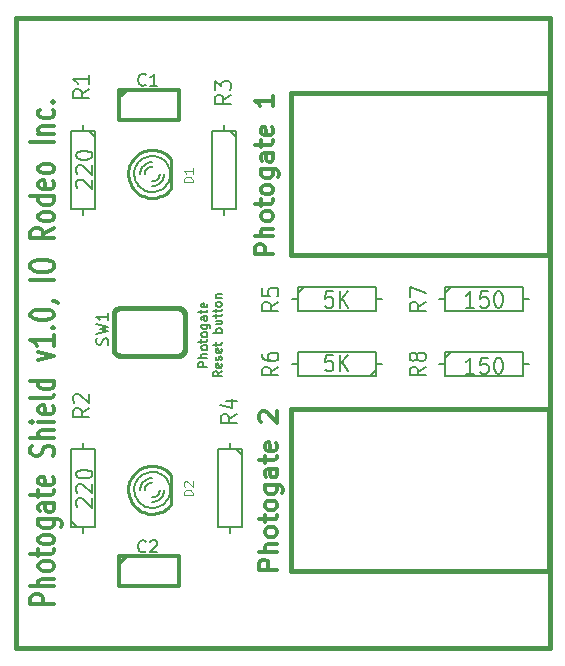
<source format=gto>
G04 (created by PCBNEW-RS274X (2012-apr-16-27)-stable) date Thu 10 Jul 2014 06:21:53 PM PDT*
G01*
G70*
G90*
%MOIN*%
G04 Gerber Fmt 3.4, Leading zero omitted, Abs format*
%FSLAX34Y34*%
G04 APERTURE LIST*
%ADD10C,0.006000*%
%ADD11C,0.012000*%
%ADD12C,0.008000*%
%ADD13C,0.015000*%
%ADD14C,0.010000*%
%ADD15C,0.007900*%
%ADD16C,0.003500*%
G04 APERTURE END LIST*
G54D10*
X31321Y-39256D02*
X31021Y-39256D01*
X31021Y-39141D01*
X31036Y-39113D01*
X31050Y-39098D01*
X31079Y-39084D01*
X31121Y-39084D01*
X31150Y-39098D01*
X31164Y-39113D01*
X31179Y-39141D01*
X31179Y-39256D01*
X31321Y-38956D02*
X31021Y-38956D01*
X31321Y-38827D02*
X31164Y-38827D01*
X31136Y-38841D01*
X31121Y-38870D01*
X31121Y-38913D01*
X31136Y-38941D01*
X31150Y-38956D01*
X31321Y-38642D02*
X31307Y-38670D01*
X31293Y-38685D01*
X31264Y-38699D01*
X31179Y-38699D01*
X31150Y-38685D01*
X31136Y-38670D01*
X31121Y-38642D01*
X31121Y-38599D01*
X31136Y-38570D01*
X31150Y-38556D01*
X31179Y-38542D01*
X31264Y-38542D01*
X31293Y-38556D01*
X31307Y-38570D01*
X31321Y-38599D01*
X31321Y-38642D01*
X31121Y-38456D02*
X31121Y-38342D01*
X31021Y-38414D02*
X31279Y-38414D01*
X31307Y-38399D01*
X31321Y-38371D01*
X31321Y-38342D01*
X31321Y-38200D02*
X31307Y-38228D01*
X31293Y-38243D01*
X31264Y-38257D01*
X31179Y-38257D01*
X31150Y-38243D01*
X31136Y-38228D01*
X31121Y-38200D01*
X31121Y-38157D01*
X31136Y-38128D01*
X31150Y-38114D01*
X31179Y-38100D01*
X31264Y-38100D01*
X31293Y-38114D01*
X31307Y-38128D01*
X31321Y-38157D01*
X31321Y-38200D01*
X31121Y-37843D02*
X31364Y-37843D01*
X31393Y-37857D01*
X31407Y-37872D01*
X31421Y-37900D01*
X31421Y-37943D01*
X31407Y-37972D01*
X31307Y-37843D02*
X31321Y-37872D01*
X31321Y-37929D01*
X31307Y-37957D01*
X31293Y-37972D01*
X31264Y-37986D01*
X31179Y-37986D01*
X31150Y-37972D01*
X31136Y-37957D01*
X31121Y-37929D01*
X31121Y-37872D01*
X31136Y-37843D01*
X31321Y-37572D02*
X31164Y-37572D01*
X31136Y-37586D01*
X31121Y-37615D01*
X31121Y-37672D01*
X31136Y-37701D01*
X31307Y-37572D02*
X31321Y-37601D01*
X31321Y-37672D01*
X31307Y-37701D01*
X31279Y-37715D01*
X31250Y-37715D01*
X31221Y-37701D01*
X31207Y-37672D01*
X31207Y-37601D01*
X31193Y-37572D01*
X31121Y-37472D02*
X31121Y-37358D01*
X31021Y-37430D02*
X31279Y-37430D01*
X31307Y-37415D01*
X31321Y-37387D01*
X31321Y-37358D01*
X31307Y-37144D02*
X31321Y-37173D01*
X31321Y-37230D01*
X31307Y-37259D01*
X31279Y-37273D01*
X31164Y-37273D01*
X31136Y-37259D01*
X31121Y-37230D01*
X31121Y-37173D01*
X31136Y-37144D01*
X31164Y-37130D01*
X31193Y-37130D01*
X31221Y-37273D01*
X31801Y-39398D02*
X31659Y-39498D01*
X31801Y-39570D02*
X31501Y-39570D01*
X31501Y-39455D01*
X31516Y-39427D01*
X31530Y-39412D01*
X31559Y-39398D01*
X31601Y-39398D01*
X31630Y-39412D01*
X31644Y-39427D01*
X31659Y-39455D01*
X31659Y-39570D01*
X31787Y-39155D02*
X31801Y-39184D01*
X31801Y-39241D01*
X31787Y-39270D01*
X31759Y-39284D01*
X31644Y-39284D01*
X31616Y-39270D01*
X31601Y-39241D01*
X31601Y-39184D01*
X31616Y-39155D01*
X31644Y-39141D01*
X31673Y-39141D01*
X31701Y-39284D01*
X31787Y-39027D02*
X31801Y-38998D01*
X31801Y-38941D01*
X31787Y-38913D01*
X31759Y-38898D01*
X31744Y-38898D01*
X31716Y-38913D01*
X31701Y-38941D01*
X31701Y-38984D01*
X31687Y-39013D01*
X31659Y-39027D01*
X31644Y-39027D01*
X31616Y-39013D01*
X31601Y-38984D01*
X31601Y-38941D01*
X31616Y-38913D01*
X31787Y-38655D02*
X31801Y-38684D01*
X31801Y-38741D01*
X31787Y-38770D01*
X31759Y-38784D01*
X31644Y-38784D01*
X31616Y-38770D01*
X31601Y-38741D01*
X31601Y-38684D01*
X31616Y-38655D01*
X31644Y-38641D01*
X31673Y-38641D01*
X31701Y-38784D01*
X31601Y-38555D02*
X31601Y-38441D01*
X31501Y-38513D02*
X31759Y-38513D01*
X31787Y-38498D01*
X31801Y-38470D01*
X31801Y-38441D01*
X31801Y-38113D02*
X31501Y-38113D01*
X31616Y-38113D02*
X31601Y-38084D01*
X31601Y-38027D01*
X31616Y-37998D01*
X31630Y-37984D01*
X31659Y-37970D01*
X31744Y-37970D01*
X31773Y-37984D01*
X31787Y-37998D01*
X31801Y-38027D01*
X31801Y-38084D01*
X31787Y-38113D01*
X31601Y-37713D02*
X31801Y-37713D01*
X31601Y-37842D02*
X31759Y-37842D01*
X31787Y-37827D01*
X31801Y-37799D01*
X31801Y-37756D01*
X31787Y-37727D01*
X31773Y-37713D01*
X31601Y-37613D02*
X31601Y-37499D01*
X31501Y-37571D02*
X31759Y-37571D01*
X31787Y-37556D01*
X31801Y-37528D01*
X31801Y-37499D01*
X31601Y-37442D02*
X31601Y-37328D01*
X31501Y-37400D02*
X31759Y-37400D01*
X31787Y-37385D01*
X31801Y-37357D01*
X31801Y-37328D01*
X31801Y-37186D02*
X31787Y-37214D01*
X31773Y-37229D01*
X31744Y-37243D01*
X31659Y-37243D01*
X31630Y-37229D01*
X31616Y-37214D01*
X31601Y-37186D01*
X31601Y-37143D01*
X31616Y-37114D01*
X31630Y-37100D01*
X31659Y-37086D01*
X31744Y-37086D01*
X31773Y-37100D01*
X31787Y-37114D01*
X31801Y-37143D01*
X31801Y-37186D01*
X31601Y-36958D02*
X31801Y-36958D01*
X31630Y-36958D02*
X31616Y-36943D01*
X31601Y-36915D01*
X31601Y-36872D01*
X31616Y-36843D01*
X31644Y-36829D01*
X31801Y-36829D01*
G54D11*
X26224Y-47171D02*
X25424Y-47171D01*
X25424Y-46943D01*
X25462Y-46885D01*
X25500Y-46857D01*
X25576Y-46828D01*
X25690Y-46828D01*
X25767Y-46857D01*
X25805Y-46885D01*
X25843Y-46943D01*
X25843Y-47171D01*
X26224Y-46571D02*
X25424Y-46571D01*
X26224Y-46314D02*
X25805Y-46314D01*
X25729Y-46343D01*
X25690Y-46400D01*
X25690Y-46485D01*
X25729Y-46543D01*
X25767Y-46571D01*
X26224Y-45942D02*
X26186Y-46000D01*
X26148Y-46028D01*
X26071Y-46057D01*
X25843Y-46057D01*
X25767Y-46028D01*
X25729Y-46000D01*
X25690Y-45942D01*
X25690Y-45857D01*
X25729Y-45800D01*
X25767Y-45771D01*
X25843Y-45742D01*
X26071Y-45742D01*
X26148Y-45771D01*
X26186Y-45800D01*
X26224Y-45857D01*
X26224Y-45942D01*
X25690Y-45571D02*
X25690Y-45342D01*
X25424Y-45485D02*
X26110Y-45485D01*
X26186Y-45457D01*
X26224Y-45399D01*
X26224Y-45342D01*
X26224Y-45056D02*
X26186Y-45114D01*
X26148Y-45142D01*
X26071Y-45171D01*
X25843Y-45171D01*
X25767Y-45142D01*
X25729Y-45114D01*
X25690Y-45056D01*
X25690Y-44971D01*
X25729Y-44914D01*
X25767Y-44885D01*
X25843Y-44856D01*
X26071Y-44856D01*
X26148Y-44885D01*
X26186Y-44914D01*
X26224Y-44971D01*
X26224Y-45056D01*
X25690Y-44342D02*
X26338Y-44342D01*
X26414Y-44371D01*
X26452Y-44399D01*
X26490Y-44456D01*
X26490Y-44542D01*
X26452Y-44599D01*
X26186Y-44342D02*
X26224Y-44399D01*
X26224Y-44513D01*
X26186Y-44571D01*
X26148Y-44599D01*
X26071Y-44628D01*
X25843Y-44628D01*
X25767Y-44599D01*
X25729Y-44571D01*
X25690Y-44513D01*
X25690Y-44399D01*
X25729Y-44342D01*
X26224Y-43799D02*
X25805Y-43799D01*
X25729Y-43828D01*
X25690Y-43885D01*
X25690Y-43999D01*
X25729Y-44056D01*
X26186Y-43799D02*
X26224Y-43856D01*
X26224Y-43999D01*
X26186Y-44056D01*
X26110Y-44085D01*
X26033Y-44085D01*
X25957Y-44056D01*
X25919Y-43999D01*
X25919Y-43856D01*
X25881Y-43799D01*
X25690Y-43599D02*
X25690Y-43370D01*
X25424Y-43513D02*
X26110Y-43513D01*
X26186Y-43485D01*
X26224Y-43427D01*
X26224Y-43370D01*
X26186Y-42942D02*
X26224Y-42999D01*
X26224Y-43113D01*
X26186Y-43170D01*
X26110Y-43199D01*
X25805Y-43199D01*
X25729Y-43170D01*
X25690Y-43113D01*
X25690Y-42999D01*
X25729Y-42942D01*
X25805Y-42913D01*
X25881Y-42913D01*
X25957Y-43199D01*
X26186Y-42228D02*
X26224Y-42142D01*
X26224Y-41999D01*
X26186Y-41942D01*
X26148Y-41913D01*
X26071Y-41885D01*
X25995Y-41885D01*
X25919Y-41913D01*
X25881Y-41942D01*
X25843Y-41999D01*
X25805Y-42113D01*
X25767Y-42171D01*
X25729Y-42199D01*
X25652Y-42228D01*
X25576Y-42228D01*
X25500Y-42199D01*
X25462Y-42171D01*
X25424Y-42113D01*
X25424Y-41971D01*
X25462Y-41885D01*
X26224Y-41628D02*
X25424Y-41628D01*
X26224Y-41371D02*
X25805Y-41371D01*
X25729Y-41400D01*
X25690Y-41457D01*
X25690Y-41542D01*
X25729Y-41600D01*
X25767Y-41628D01*
X26224Y-41085D02*
X25690Y-41085D01*
X25424Y-41085D02*
X25462Y-41114D01*
X25500Y-41085D01*
X25462Y-41057D01*
X25424Y-41085D01*
X25500Y-41085D01*
X26186Y-40571D02*
X26224Y-40628D01*
X26224Y-40742D01*
X26186Y-40799D01*
X26110Y-40828D01*
X25805Y-40828D01*
X25729Y-40799D01*
X25690Y-40742D01*
X25690Y-40628D01*
X25729Y-40571D01*
X25805Y-40542D01*
X25881Y-40542D01*
X25957Y-40828D01*
X26224Y-40199D02*
X26186Y-40257D01*
X26110Y-40285D01*
X25424Y-40285D01*
X26224Y-39714D02*
X25424Y-39714D01*
X26186Y-39714D02*
X26224Y-39771D01*
X26224Y-39885D01*
X26186Y-39943D01*
X26148Y-39971D01*
X26071Y-40000D01*
X25843Y-40000D01*
X25767Y-39971D01*
X25729Y-39943D01*
X25690Y-39885D01*
X25690Y-39771D01*
X25729Y-39714D01*
X25690Y-39028D02*
X26224Y-38885D01*
X25690Y-38743D01*
X26224Y-38200D02*
X26224Y-38543D01*
X26224Y-38371D02*
X25424Y-38371D01*
X25538Y-38428D01*
X25614Y-38486D01*
X25652Y-38543D01*
X26148Y-37943D02*
X26186Y-37915D01*
X26224Y-37943D01*
X26186Y-37972D01*
X26148Y-37943D01*
X26224Y-37943D01*
X25424Y-37543D02*
X25424Y-37486D01*
X25462Y-37429D01*
X25500Y-37400D01*
X25576Y-37371D01*
X25729Y-37343D01*
X25919Y-37343D01*
X26071Y-37371D01*
X26148Y-37400D01*
X26186Y-37429D01*
X26224Y-37486D01*
X26224Y-37543D01*
X26186Y-37600D01*
X26148Y-37629D01*
X26071Y-37657D01*
X25919Y-37686D01*
X25729Y-37686D01*
X25576Y-37657D01*
X25500Y-37629D01*
X25462Y-37600D01*
X25424Y-37543D01*
X26186Y-37058D02*
X26224Y-37058D01*
X26300Y-37086D01*
X26338Y-37115D01*
X26224Y-36343D02*
X25424Y-36343D01*
X25424Y-35943D02*
X25424Y-35829D01*
X25462Y-35771D01*
X25538Y-35714D01*
X25690Y-35686D01*
X25957Y-35686D01*
X26110Y-35714D01*
X26186Y-35771D01*
X26224Y-35829D01*
X26224Y-35943D01*
X26186Y-36000D01*
X26110Y-36057D01*
X25957Y-36086D01*
X25690Y-36086D01*
X25538Y-36057D01*
X25462Y-36000D01*
X25424Y-35943D01*
X26224Y-34628D02*
X25843Y-34828D01*
X26224Y-34971D02*
X25424Y-34971D01*
X25424Y-34743D01*
X25462Y-34685D01*
X25500Y-34657D01*
X25576Y-34628D01*
X25690Y-34628D01*
X25767Y-34657D01*
X25805Y-34685D01*
X25843Y-34743D01*
X25843Y-34971D01*
X26224Y-34285D02*
X26186Y-34343D01*
X26148Y-34371D01*
X26071Y-34400D01*
X25843Y-34400D01*
X25767Y-34371D01*
X25729Y-34343D01*
X25690Y-34285D01*
X25690Y-34200D01*
X25729Y-34143D01*
X25767Y-34114D01*
X25843Y-34085D01*
X26071Y-34085D01*
X26148Y-34114D01*
X26186Y-34143D01*
X26224Y-34200D01*
X26224Y-34285D01*
X26224Y-33571D02*
X25424Y-33571D01*
X26186Y-33571D02*
X26224Y-33628D01*
X26224Y-33742D01*
X26186Y-33800D01*
X26148Y-33828D01*
X26071Y-33857D01*
X25843Y-33857D01*
X25767Y-33828D01*
X25729Y-33800D01*
X25690Y-33742D01*
X25690Y-33628D01*
X25729Y-33571D01*
X26186Y-33057D02*
X26224Y-33114D01*
X26224Y-33228D01*
X26186Y-33285D01*
X26110Y-33314D01*
X25805Y-33314D01*
X25729Y-33285D01*
X25690Y-33228D01*
X25690Y-33114D01*
X25729Y-33057D01*
X25805Y-33028D01*
X25881Y-33028D01*
X25957Y-33314D01*
X26224Y-32685D02*
X26186Y-32743D01*
X26148Y-32771D01*
X26071Y-32800D01*
X25843Y-32800D01*
X25767Y-32771D01*
X25729Y-32743D01*
X25690Y-32685D01*
X25690Y-32600D01*
X25729Y-32543D01*
X25767Y-32514D01*
X25843Y-32485D01*
X26071Y-32485D01*
X26148Y-32514D01*
X26186Y-32543D01*
X26224Y-32600D01*
X26224Y-32685D01*
X26224Y-31771D02*
X25424Y-31771D01*
X25690Y-31485D02*
X26224Y-31485D01*
X25767Y-31485D02*
X25729Y-31457D01*
X25690Y-31399D01*
X25690Y-31314D01*
X25729Y-31257D01*
X25805Y-31228D01*
X26224Y-31228D01*
X26186Y-30685D02*
X26224Y-30742D01*
X26224Y-30856D01*
X26186Y-30914D01*
X26148Y-30942D01*
X26071Y-30971D01*
X25843Y-30971D01*
X25767Y-30942D01*
X25729Y-30914D01*
X25690Y-30856D01*
X25690Y-30742D01*
X25729Y-30685D01*
X26148Y-30428D02*
X26186Y-30400D01*
X26224Y-30428D01*
X26186Y-30457D01*
X26148Y-30428D01*
X26224Y-30428D01*
G54D12*
X27165Y-31177D02*
X27165Y-31377D01*
X27165Y-34177D02*
X27165Y-33977D01*
X27165Y-33977D02*
X27565Y-33977D01*
X27565Y-33977D02*
X27565Y-31377D01*
X27565Y-31377D02*
X26765Y-31377D01*
X26765Y-31377D02*
X26765Y-33977D01*
X26765Y-33977D02*
X27165Y-33977D01*
X27365Y-31377D02*
X27565Y-31577D01*
X27165Y-44807D02*
X27165Y-44607D01*
X27165Y-41807D02*
X27165Y-42007D01*
X27165Y-42007D02*
X26765Y-42007D01*
X26765Y-42007D02*
X26765Y-44607D01*
X26765Y-44607D02*
X27565Y-44607D01*
X27565Y-44607D02*
X27565Y-42007D01*
X27565Y-42007D02*
X27165Y-42007D01*
X26965Y-44607D02*
X26765Y-44407D01*
X31890Y-31177D02*
X31890Y-31377D01*
X31890Y-34177D02*
X31890Y-33977D01*
X31890Y-33977D02*
X32290Y-33977D01*
X32290Y-33977D02*
X32290Y-31377D01*
X32290Y-31377D02*
X31490Y-31377D01*
X31490Y-31377D02*
X31490Y-33977D01*
X31490Y-33977D02*
X31890Y-33977D01*
X32090Y-31377D02*
X32290Y-31577D01*
X32087Y-41807D02*
X32087Y-42007D01*
X32087Y-44807D02*
X32087Y-44607D01*
X32087Y-44607D02*
X32487Y-44607D01*
X32487Y-44607D02*
X32487Y-42007D01*
X32487Y-42007D02*
X31687Y-42007D01*
X31687Y-42007D02*
X31687Y-44607D01*
X31687Y-44607D02*
X32087Y-44607D01*
X32287Y-42007D02*
X32487Y-42207D01*
X34131Y-37008D02*
X34331Y-37008D01*
X37131Y-37008D02*
X36931Y-37008D01*
X36931Y-37008D02*
X36931Y-36608D01*
X36931Y-36608D02*
X34331Y-36608D01*
X34331Y-36608D02*
X34331Y-37408D01*
X34331Y-37408D02*
X36931Y-37408D01*
X36931Y-37408D02*
X36931Y-37008D01*
X34331Y-36808D02*
X34531Y-36608D01*
X37131Y-39173D02*
X36931Y-39173D01*
X34131Y-39173D02*
X34331Y-39173D01*
X34331Y-39173D02*
X34331Y-39573D01*
X34331Y-39573D02*
X36931Y-39573D01*
X36931Y-39573D02*
X36931Y-38773D01*
X36931Y-38773D02*
X34331Y-38773D01*
X34331Y-38773D02*
X34331Y-39173D01*
X36931Y-39373D02*
X36731Y-39573D01*
X39052Y-37008D02*
X39252Y-37008D01*
X42052Y-37008D02*
X41852Y-37008D01*
X41852Y-37008D02*
X41852Y-36608D01*
X41852Y-36608D02*
X39252Y-36608D01*
X39252Y-36608D02*
X39252Y-37408D01*
X39252Y-37408D02*
X41852Y-37408D01*
X41852Y-37408D02*
X41852Y-37008D01*
X39252Y-36808D02*
X39452Y-36608D01*
X39052Y-39173D02*
X39252Y-39173D01*
X42052Y-39173D02*
X41852Y-39173D01*
X41852Y-39173D02*
X41852Y-38773D01*
X41852Y-38773D02*
X39252Y-38773D01*
X39252Y-38773D02*
X39252Y-39573D01*
X39252Y-39573D02*
X41852Y-39573D01*
X41852Y-39573D02*
X41852Y-39173D01*
X39252Y-38973D02*
X39452Y-38773D01*
G54D13*
X30562Y-37500D02*
X30561Y-37483D01*
X30559Y-37466D01*
X30555Y-37450D01*
X30550Y-37433D01*
X30543Y-37418D01*
X30535Y-37403D01*
X30526Y-37388D01*
X30516Y-37375D01*
X30504Y-37362D01*
X30491Y-37350D01*
X30478Y-37340D01*
X30464Y-37331D01*
X30448Y-37323D01*
X30433Y-37316D01*
X30416Y-37311D01*
X30400Y-37307D01*
X30383Y-37305D01*
X30366Y-37304D01*
X28398Y-37303D02*
X28381Y-37304D01*
X28364Y-37306D01*
X28348Y-37310D01*
X28331Y-37315D01*
X28315Y-37322D01*
X28300Y-37330D01*
X28286Y-37339D01*
X28272Y-37350D01*
X28259Y-37361D01*
X28248Y-37374D01*
X28237Y-37388D01*
X28228Y-37402D01*
X28220Y-37417D01*
X28213Y-37433D01*
X28208Y-37450D01*
X28204Y-37466D01*
X28202Y-37483D01*
X28201Y-37500D01*
X28202Y-38682D02*
X28203Y-38699D01*
X28205Y-38716D01*
X28209Y-38732D01*
X28214Y-38749D01*
X28221Y-38764D01*
X28229Y-38779D01*
X28238Y-38794D01*
X28248Y-38807D01*
X28260Y-38820D01*
X28273Y-38832D01*
X28286Y-38842D01*
X28301Y-38851D01*
X28316Y-38859D01*
X28331Y-38866D01*
X28348Y-38871D01*
X28364Y-38875D01*
X28381Y-38877D01*
X28398Y-38878D01*
X30366Y-38879D02*
X30383Y-38878D01*
X30400Y-38876D01*
X30416Y-38872D01*
X30433Y-38867D01*
X30449Y-38860D01*
X30464Y-38852D01*
X30478Y-38843D01*
X30492Y-38832D01*
X30505Y-38821D01*
X30516Y-38808D01*
X30527Y-38794D01*
X30536Y-38780D01*
X30544Y-38765D01*
X30551Y-38749D01*
X30556Y-38732D01*
X30560Y-38716D01*
X30562Y-38699D01*
X30563Y-38682D01*
X30563Y-38682D02*
X30563Y-37500D01*
X28201Y-38682D02*
X28201Y-37500D01*
X29382Y-37304D02*
X30366Y-37304D01*
X29382Y-37304D02*
X28398Y-37304D01*
X29382Y-38878D02*
X30366Y-38878D01*
X29382Y-38878D02*
X28398Y-38878D01*
G54D14*
X30102Y-33325D02*
X30102Y-32325D01*
G54D10*
X29022Y-32441D02*
X28990Y-32483D01*
X28962Y-32527D01*
X28938Y-32574D01*
X28918Y-32622D01*
X28902Y-32672D01*
X28891Y-32723D01*
X28885Y-32775D01*
X28882Y-32825D01*
X28883Y-32825D02*
X28886Y-32877D01*
X28893Y-32929D01*
X28904Y-32980D01*
X28920Y-33029D01*
X28940Y-33078D01*
X28964Y-33124D01*
X28992Y-33168D01*
X29024Y-33210D01*
X29035Y-33222D01*
X30081Y-32825D02*
X30078Y-32773D01*
X30071Y-32721D01*
X30060Y-32670D01*
X30044Y-32621D01*
X30024Y-32572D01*
X30000Y-32526D01*
X29972Y-32482D01*
X29940Y-32440D01*
X29936Y-32436D01*
X29942Y-33209D02*
X29974Y-33167D01*
X30002Y-33123D01*
X30026Y-33076D01*
X30046Y-33028D01*
X30062Y-32978D01*
X30073Y-32927D01*
X30079Y-32875D01*
X30082Y-32825D01*
X29969Y-32476D02*
X29937Y-32435D01*
X29901Y-32397D01*
X29862Y-32362D01*
X29820Y-32330D01*
X29776Y-32303D01*
X29729Y-32279D01*
X29681Y-32260D01*
X29631Y-32244D01*
X29579Y-32234D01*
X29528Y-32227D01*
X29482Y-32225D01*
X29482Y-32225D02*
X29430Y-32228D01*
X29378Y-32235D01*
X29327Y-32246D01*
X29277Y-32262D01*
X29229Y-32282D01*
X29183Y-32306D01*
X29138Y-32334D01*
X29097Y-32366D01*
X29058Y-32401D01*
X29023Y-32440D01*
X29003Y-32465D01*
X29482Y-33424D02*
X29534Y-33421D01*
X29586Y-33414D01*
X29637Y-33403D01*
X29686Y-33387D01*
X29735Y-33367D01*
X29781Y-33343D01*
X29825Y-33315D01*
X29867Y-33283D01*
X29905Y-33248D01*
X29940Y-33210D01*
X29954Y-33192D01*
X29009Y-33193D02*
X29043Y-33233D01*
X29080Y-33270D01*
X29121Y-33303D01*
X29164Y-33333D01*
X29209Y-33359D01*
X29257Y-33380D01*
X29306Y-33398D01*
X29357Y-33411D01*
X29408Y-33420D01*
X29461Y-33424D01*
X29482Y-33425D01*
X29482Y-32575D02*
X29461Y-32576D01*
X29439Y-32579D01*
X29418Y-32584D01*
X29397Y-32591D01*
X29377Y-32599D01*
X29358Y-32609D01*
X29339Y-32621D01*
X29322Y-32634D01*
X29306Y-32649D01*
X29291Y-32665D01*
X29278Y-32682D01*
X29266Y-32701D01*
X29256Y-32720D01*
X29248Y-32740D01*
X29241Y-32761D01*
X29236Y-32782D01*
X29233Y-32804D01*
X29232Y-32825D01*
X29482Y-32425D02*
X29448Y-32427D01*
X29413Y-32432D01*
X29379Y-32439D01*
X29346Y-32450D01*
X29313Y-32463D01*
X29283Y-32479D01*
X29253Y-32498D01*
X29225Y-32519D01*
X29200Y-32543D01*
X29176Y-32568D01*
X29155Y-32596D01*
X29136Y-32626D01*
X29120Y-32656D01*
X29107Y-32689D01*
X29096Y-32722D01*
X29089Y-32756D01*
X29084Y-32791D01*
X29082Y-32825D01*
X29482Y-33075D02*
X29503Y-33074D01*
X29525Y-33071D01*
X29546Y-33066D01*
X29567Y-33059D01*
X29587Y-33051D01*
X29607Y-33041D01*
X29625Y-33029D01*
X29642Y-33016D01*
X29658Y-33001D01*
X29673Y-32985D01*
X29686Y-32968D01*
X29698Y-32949D01*
X29708Y-32930D01*
X29716Y-32910D01*
X29723Y-32889D01*
X29728Y-32868D01*
X29731Y-32846D01*
X29732Y-32825D01*
X29482Y-33225D02*
X29516Y-33223D01*
X29551Y-33218D01*
X29585Y-33211D01*
X29618Y-33200D01*
X29651Y-33187D01*
X29682Y-33171D01*
X29711Y-33152D01*
X29739Y-33131D01*
X29764Y-33107D01*
X29788Y-33082D01*
X29809Y-33054D01*
X29828Y-33024D01*
X29844Y-32994D01*
X29857Y-32961D01*
X29868Y-32928D01*
X29875Y-32894D01*
X29880Y-32859D01*
X29882Y-32825D01*
G54D14*
X30095Y-32312D02*
X30048Y-32261D01*
X29997Y-32214D01*
X29942Y-32171D01*
X29883Y-32133D01*
X29821Y-32101D01*
X29756Y-32074D01*
X29690Y-32053D01*
X29622Y-32038D01*
X29553Y-32029D01*
X29483Y-32026D01*
X29482Y-32025D01*
X29482Y-32026D02*
X29413Y-32030D01*
X29344Y-32039D01*
X29276Y-32054D01*
X29209Y-32075D01*
X29145Y-32101D01*
X29083Y-32134D01*
X29024Y-32171D01*
X28969Y-32213D01*
X28918Y-32261D01*
X28870Y-32312D01*
X28828Y-32367D01*
X28791Y-32426D01*
X28778Y-32449D01*
X29483Y-33622D02*
X29552Y-33619D01*
X29621Y-33610D01*
X29689Y-33595D01*
X29756Y-33574D01*
X29820Y-33547D01*
X29882Y-33515D01*
X29940Y-33477D01*
X29996Y-33435D01*
X30047Y-33388D01*
X30091Y-33340D01*
X28788Y-33222D02*
X28826Y-33281D01*
X28868Y-33337D01*
X28915Y-33388D01*
X28966Y-33436D01*
X29021Y-33478D01*
X29080Y-33516D01*
X29142Y-33548D01*
X29206Y-33575D01*
X29273Y-33597D01*
X29341Y-33612D01*
X29410Y-33621D01*
X29480Y-33624D01*
X29482Y-33625D01*
X28778Y-32446D02*
X28748Y-32509D01*
X28723Y-32574D01*
X28704Y-32641D01*
X28691Y-32710D01*
X28684Y-32779D01*
X28682Y-32825D01*
X28683Y-32825D02*
X28687Y-32894D01*
X28696Y-32963D01*
X28711Y-33031D01*
X28732Y-33098D01*
X28758Y-33162D01*
X28791Y-33224D01*
X28802Y-33243D01*
X30102Y-43856D02*
X30102Y-42856D01*
G54D10*
X29022Y-42972D02*
X28990Y-43014D01*
X28962Y-43058D01*
X28938Y-43105D01*
X28918Y-43153D01*
X28902Y-43203D01*
X28891Y-43254D01*
X28885Y-43306D01*
X28882Y-43356D01*
X28883Y-43356D02*
X28886Y-43408D01*
X28893Y-43460D01*
X28904Y-43511D01*
X28920Y-43560D01*
X28940Y-43609D01*
X28964Y-43655D01*
X28992Y-43699D01*
X29024Y-43741D01*
X29035Y-43753D01*
X30081Y-43356D02*
X30078Y-43304D01*
X30071Y-43252D01*
X30060Y-43201D01*
X30044Y-43152D01*
X30024Y-43103D01*
X30000Y-43057D01*
X29972Y-43013D01*
X29940Y-42971D01*
X29936Y-42967D01*
X29942Y-43740D02*
X29974Y-43698D01*
X30002Y-43654D01*
X30026Y-43607D01*
X30046Y-43559D01*
X30062Y-43509D01*
X30073Y-43458D01*
X30079Y-43406D01*
X30082Y-43356D01*
X29969Y-43007D02*
X29937Y-42966D01*
X29901Y-42928D01*
X29862Y-42893D01*
X29820Y-42861D01*
X29776Y-42834D01*
X29729Y-42810D01*
X29681Y-42791D01*
X29631Y-42775D01*
X29579Y-42765D01*
X29528Y-42758D01*
X29482Y-42756D01*
X29482Y-42756D02*
X29430Y-42759D01*
X29378Y-42766D01*
X29327Y-42777D01*
X29277Y-42793D01*
X29229Y-42813D01*
X29183Y-42837D01*
X29138Y-42865D01*
X29097Y-42897D01*
X29058Y-42932D01*
X29023Y-42971D01*
X29003Y-42996D01*
X29482Y-43955D02*
X29534Y-43952D01*
X29586Y-43945D01*
X29637Y-43934D01*
X29686Y-43918D01*
X29735Y-43898D01*
X29781Y-43874D01*
X29825Y-43846D01*
X29867Y-43814D01*
X29905Y-43779D01*
X29940Y-43741D01*
X29954Y-43723D01*
X29009Y-43724D02*
X29043Y-43764D01*
X29080Y-43801D01*
X29121Y-43834D01*
X29164Y-43864D01*
X29209Y-43890D01*
X29257Y-43911D01*
X29306Y-43929D01*
X29357Y-43942D01*
X29408Y-43951D01*
X29461Y-43955D01*
X29482Y-43956D01*
X29482Y-43106D02*
X29461Y-43107D01*
X29439Y-43110D01*
X29418Y-43115D01*
X29397Y-43122D01*
X29377Y-43130D01*
X29358Y-43140D01*
X29339Y-43152D01*
X29322Y-43165D01*
X29306Y-43180D01*
X29291Y-43196D01*
X29278Y-43213D01*
X29266Y-43232D01*
X29256Y-43251D01*
X29248Y-43271D01*
X29241Y-43292D01*
X29236Y-43313D01*
X29233Y-43335D01*
X29232Y-43356D01*
X29482Y-42956D02*
X29448Y-42958D01*
X29413Y-42963D01*
X29379Y-42970D01*
X29346Y-42981D01*
X29313Y-42994D01*
X29283Y-43010D01*
X29253Y-43029D01*
X29225Y-43050D01*
X29200Y-43074D01*
X29176Y-43099D01*
X29155Y-43127D01*
X29136Y-43157D01*
X29120Y-43187D01*
X29107Y-43220D01*
X29096Y-43253D01*
X29089Y-43287D01*
X29084Y-43322D01*
X29082Y-43356D01*
X29482Y-43606D02*
X29503Y-43605D01*
X29525Y-43602D01*
X29546Y-43597D01*
X29567Y-43590D01*
X29587Y-43582D01*
X29607Y-43572D01*
X29625Y-43560D01*
X29642Y-43547D01*
X29658Y-43532D01*
X29673Y-43516D01*
X29686Y-43499D01*
X29698Y-43480D01*
X29708Y-43461D01*
X29716Y-43441D01*
X29723Y-43420D01*
X29728Y-43399D01*
X29731Y-43377D01*
X29732Y-43356D01*
X29482Y-43756D02*
X29516Y-43754D01*
X29551Y-43749D01*
X29585Y-43742D01*
X29618Y-43731D01*
X29651Y-43718D01*
X29682Y-43702D01*
X29711Y-43683D01*
X29739Y-43662D01*
X29764Y-43638D01*
X29788Y-43613D01*
X29809Y-43585D01*
X29828Y-43555D01*
X29844Y-43525D01*
X29857Y-43492D01*
X29868Y-43459D01*
X29875Y-43425D01*
X29880Y-43390D01*
X29882Y-43356D01*
G54D14*
X30095Y-42843D02*
X30048Y-42792D01*
X29997Y-42745D01*
X29942Y-42702D01*
X29883Y-42664D01*
X29821Y-42632D01*
X29756Y-42605D01*
X29690Y-42584D01*
X29622Y-42569D01*
X29553Y-42560D01*
X29483Y-42557D01*
X29482Y-42556D01*
X29482Y-42557D02*
X29413Y-42561D01*
X29344Y-42570D01*
X29276Y-42585D01*
X29209Y-42606D01*
X29145Y-42632D01*
X29083Y-42665D01*
X29024Y-42702D01*
X28969Y-42744D01*
X28918Y-42792D01*
X28870Y-42843D01*
X28828Y-42898D01*
X28791Y-42957D01*
X28778Y-42980D01*
X29483Y-44153D02*
X29552Y-44150D01*
X29621Y-44141D01*
X29689Y-44126D01*
X29756Y-44105D01*
X29820Y-44078D01*
X29882Y-44046D01*
X29940Y-44008D01*
X29996Y-43966D01*
X30047Y-43919D01*
X30091Y-43871D01*
X28788Y-43753D02*
X28826Y-43812D01*
X28868Y-43868D01*
X28915Y-43919D01*
X28966Y-43967D01*
X29021Y-44009D01*
X29080Y-44047D01*
X29142Y-44079D01*
X29206Y-44106D01*
X29273Y-44128D01*
X29341Y-44143D01*
X29410Y-44152D01*
X29480Y-44155D01*
X29482Y-44156D01*
X28778Y-42977D02*
X28748Y-43040D01*
X28723Y-43105D01*
X28704Y-43172D01*
X28691Y-43241D01*
X28684Y-43310D01*
X28682Y-43356D01*
X28683Y-43356D02*
X28687Y-43425D01*
X28696Y-43494D01*
X28711Y-43562D01*
X28732Y-43629D01*
X28758Y-43693D01*
X28791Y-43755D01*
X28802Y-43774D01*
G54D13*
X42722Y-32825D02*
X42722Y-30125D01*
X42722Y-30125D02*
X34122Y-30125D01*
X34122Y-30125D02*
X34122Y-35525D01*
X34122Y-35525D02*
X42722Y-35525D01*
X42722Y-35525D02*
X42722Y-32825D01*
X42722Y-43356D02*
X42722Y-40656D01*
X42722Y-40656D02*
X34122Y-40656D01*
X34122Y-40656D02*
X34122Y-46056D01*
X34122Y-46056D02*
X42722Y-46056D01*
X42722Y-46056D02*
X42722Y-43356D01*
G54D11*
X28402Y-30012D02*
X30382Y-30012D01*
X30382Y-30012D02*
X30382Y-31012D01*
X30382Y-31012D02*
X28382Y-31012D01*
X28382Y-31012D02*
X28382Y-30012D01*
X28382Y-30262D02*
X28632Y-30012D01*
X28402Y-45563D02*
X30382Y-45563D01*
X30382Y-45563D02*
X30382Y-46563D01*
X30382Y-46563D02*
X28382Y-46563D01*
X28382Y-46563D02*
X28382Y-45563D01*
X28382Y-45813D02*
X28632Y-45563D01*
G54D13*
X24932Y-27622D02*
X42732Y-27622D01*
X42732Y-48622D02*
X42732Y-27622D01*
X24932Y-48622D02*
X42732Y-48622D01*
X24932Y-27622D02*
X24932Y-48622D01*
G54D12*
X27388Y-30004D02*
X27126Y-30171D01*
X27388Y-30290D02*
X26838Y-30290D01*
X26838Y-30099D01*
X26864Y-30052D01*
X26890Y-30028D01*
X26942Y-30004D01*
X27021Y-30004D01*
X27073Y-30028D01*
X27100Y-30052D01*
X27126Y-30099D01*
X27126Y-30290D01*
X27388Y-29528D02*
X27388Y-29814D01*
X27388Y-29671D02*
X26838Y-29671D01*
X26916Y-29719D01*
X26969Y-29766D01*
X26995Y-29814D01*
X26989Y-33296D02*
X26963Y-33272D01*
X26937Y-33224D01*
X26937Y-33105D01*
X26963Y-33058D01*
X26989Y-33034D01*
X27041Y-33010D01*
X27094Y-33010D01*
X27172Y-33034D01*
X27487Y-33320D01*
X27487Y-33010D01*
X26989Y-32820D02*
X26963Y-32796D01*
X26937Y-32748D01*
X26937Y-32629D01*
X26963Y-32582D01*
X26989Y-32558D01*
X27041Y-32534D01*
X27094Y-32534D01*
X27172Y-32558D01*
X27487Y-32844D01*
X27487Y-32534D01*
X26937Y-32225D02*
X26937Y-32177D01*
X26963Y-32129D01*
X26989Y-32106D01*
X27041Y-32082D01*
X27146Y-32058D01*
X27277Y-32058D01*
X27382Y-32082D01*
X27434Y-32106D01*
X27460Y-32129D01*
X27487Y-32177D01*
X27487Y-32225D01*
X27460Y-32272D01*
X27434Y-32296D01*
X27382Y-32320D01*
X27277Y-32344D01*
X27146Y-32344D01*
X27041Y-32320D01*
X26989Y-32296D01*
X26963Y-32272D01*
X26937Y-32225D01*
X27388Y-40634D02*
X27126Y-40801D01*
X27388Y-40920D02*
X26838Y-40920D01*
X26838Y-40729D01*
X26864Y-40682D01*
X26890Y-40658D01*
X26942Y-40634D01*
X27021Y-40634D01*
X27073Y-40658D01*
X27100Y-40682D01*
X27126Y-40729D01*
X27126Y-40920D01*
X26890Y-40444D02*
X26864Y-40420D01*
X26838Y-40372D01*
X26838Y-40253D01*
X26864Y-40206D01*
X26890Y-40182D01*
X26942Y-40158D01*
X26995Y-40158D01*
X27073Y-40182D01*
X27388Y-40468D01*
X27388Y-40158D01*
X26989Y-43926D02*
X26963Y-43902D01*
X26937Y-43854D01*
X26937Y-43735D01*
X26963Y-43688D01*
X26989Y-43664D01*
X27041Y-43640D01*
X27094Y-43640D01*
X27172Y-43664D01*
X27487Y-43950D01*
X27487Y-43640D01*
X26989Y-43450D02*
X26963Y-43426D01*
X26937Y-43378D01*
X26937Y-43259D01*
X26963Y-43212D01*
X26989Y-43188D01*
X27041Y-43164D01*
X27094Y-43164D01*
X27172Y-43188D01*
X27487Y-43474D01*
X27487Y-43164D01*
X26937Y-42855D02*
X26937Y-42807D01*
X26963Y-42759D01*
X26989Y-42736D01*
X27041Y-42712D01*
X27146Y-42688D01*
X27277Y-42688D01*
X27382Y-42712D01*
X27434Y-42736D01*
X27460Y-42759D01*
X27487Y-42807D01*
X27487Y-42855D01*
X27460Y-42902D01*
X27434Y-42926D01*
X27382Y-42950D01*
X27277Y-42974D01*
X27146Y-42974D01*
X27041Y-42950D01*
X26989Y-42926D01*
X26963Y-42902D01*
X26937Y-42855D01*
X32113Y-30201D02*
X31851Y-30368D01*
X32113Y-30487D02*
X31563Y-30487D01*
X31563Y-30296D01*
X31589Y-30249D01*
X31615Y-30225D01*
X31667Y-30201D01*
X31746Y-30201D01*
X31798Y-30225D01*
X31825Y-30249D01*
X31851Y-30296D01*
X31851Y-30487D01*
X31563Y-30035D02*
X31563Y-29725D01*
X31772Y-29892D01*
X31772Y-29820D01*
X31798Y-29773D01*
X31825Y-29749D01*
X31877Y-29725D01*
X32008Y-29725D01*
X32060Y-29749D01*
X32086Y-29773D01*
X32113Y-29820D01*
X32113Y-29963D01*
X32086Y-30011D01*
X32060Y-30035D01*
X32310Y-40831D02*
X32048Y-40998D01*
X32310Y-41117D02*
X31760Y-41117D01*
X31760Y-40926D01*
X31786Y-40879D01*
X31812Y-40855D01*
X31864Y-40831D01*
X31943Y-40831D01*
X31995Y-40855D01*
X32022Y-40879D01*
X32048Y-40926D01*
X32048Y-41117D01*
X31943Y-40403D02*
X32310Y-40403D01*
X31733Y-40522D02*
X32126Y-40641D01*
X32126Y-40331D01*
X33689Y-37091D02*
X33427Y-37258D01*
X33689Y-37377D02*
X33139Y-37377D01*
X33139Y-37186D01*
X33165Y-37139D01*
X33191Y-37115D01*
X33243Y-37091D01*
X33322Y-37091D01*
X33374Y-37115D01*
X33401Y-37139D01*
X33427Y-37186D01*
X33427Y-37377D01*
X33139Y-36639D02*
X33139Y-36877D01*
X33401Y-36901D01*
X33374Y-36877D01*
X33348Y-36829D01*
X33348Y-36710D01*
X33374Y-36663D01*
X33401Y-36639D01*
X33453Y-36615D01*
X33584Y-36615D01*
X33636Y-36639D01*
X33662Y-36663D01*
X33689Y-36710D01*
X33689Y-36829D01*
X33662Y-36877D01*
X33636Y-36901D01*
X35500Y-36731D02*
X35262Y-36731D01*
X35238Y-36993D01*
X35262Y-36966D01*
X35310Y-36940D01*
X35429Y-36940D01*
X35476Y-36966D01*
X35500Y-36993D01*
X35524Y-37045D01*
X35524Y-37176D01*
X35500Y-37228D01*
X35476Y-37254D01*
X35429Y-37281D01*
X35310Y-37281D01*
X35262Y-37254D01*
X35238Y-37228D01*
X35738Y-37281D02*
X35738Y-36731D01*
X36024Y-37281D02*
X35809Y-36966D01*
X36024Y-36731D02*
X35738Y-37045D01*
X33689Y-39256D02*
X33427Y-39423D01*
X33689Y-39542D02*
X33139Y-39542D01*
X33139Y-39351D01*
X33165Y-39304D01*
X33191Y-39280D01*
X33243Y-39256D01*
X33322Y-39256D01*
X33374Y-39280D01*
X33401Y-39304D01*
X33427Y-39351D01*
X33427Y-39542D01*
X33139Y-38828D02*
X33139Y-38923D01*
X33165Y-38971D01*
X33191Y-38994D01*
X33270Y-39042D01*
X33374Y-39066D01*
X33584Y-39066D01*
X33636Y-39042D01*
X33662Y-39018D01*
X33689Y-38971D01*
X33689Y-38875D01*
X33662Y-38828D01*
X33636Y-38804D01*
X33584Y-38780D01*
X33453Y-38780D01*
X33401Y-38804D01*
X33374Y-38828D01*
X33348Y-38875D01*
X33348Y-38971D01*
X33374Y-39018D01*
X33401Y-39042D01*
X33453Y-39066D01*
X35500Y-38846D02*
X35262Y-38846D01*
X35238Y-39108D01*
X35262Y-39081D01*
X35310Y-39055D01*
X35429Y-39055D01*
X35476Y-39081D01*
X35500Y-39108D01*
X35524Y-39160D01*
X35524Y-39291D01*
X35500Y-39343D01*
X35476Y-39369D01*
X35429Y-39396D01*
X35310Y-39396D01*
X35262Y-39369D01*
X35238Y-39343D01*
X35738Y-39396D02*
X35738Y-38846D01*
X36024Y-39396D02*
X35809Y-39081D01*
X36024Y-38846D02*
X35738Y-39160D01*
X38610Y-37091D02*
X38348Y-37258D01*
X38610Y-37377D02*
X38060Y-37377D01*
X38060Y-37186D01*
X38086Y-37139D01*
X38112Y-37115D01*
X38164Y-37091D01*
X38243Y-37091D01*
X38295Y-37115D01*
X38322Y-37139D01*
X38348Y-37186D01*
X38348Y-37377D01*
X38060Y-36925D02*
X38060Y-36591D01*
X38610Y-36806D01*
X40219Y-37281D02*
X39933Y-37281D01*
X40076Y-37281D02*
X40076Y-36731D01*
X40028Y-36809D01*
X39981Y-36862D01*
X39933Y-36888D01*
X40671Y-36731D02*
X40433Y-36731D01*
X40409Y-36993D01*
X40433Y-36966D01*
X40481Y-36940D01*
X40600Y-36940D01*
X40647Y-36966D01*
X40671Y-36993D01*
X40695Y-37045D01*
X40695Y-37176D01*
X40671Y-37228D01*
X40647Y-37254D01*
X40600Y-37281D01*
X40481Y-37281D01*
X40433Y-37254D01*
X40409Y-37228D01*
X41004Y-36731D02*
X41052Y-36731D01*
X41100Y-36757D01*
X41123Y-36783D01*
X41147Y-36835D01*
X41171Y-36940D01*
X41171Y-37071D01*
X41147Y-37176D01*
X41123Y-37228D01*
X41100Y-37254D01*
X41052Y-37281D01*
X41004Y-37281D01*
X40957Y-37254D01*
X40933Y-37228D01*
X40909Y-37176D01*
X40885Y-37071D01*
X40885Y-36940D01*
X40909Y-36835D01*
X40933Y-36783D01*
X40957Y-36757D01*
X41004Y-36731D01*
X38610Y-39256D02*
X38348Y-39423D01*
X38610Y-39542D02*
X38060Y-39542D01*
X38060Y-39351D01*
X38086Y-39304D01*
X38112Y-39280D01*
X38164Y-39256D01*
X38243Y-39256D01*
X38295Y-39280D01*
X38322Y-39304D01*
X38348Y-39351D01*
X38348Y-39542D01*
X38295Y-38971D02*
X38269Y-39018D01*
X38243Y-39042D01*
X38191Y-39066D01*
X38164Y-39066D01*
X38112Y-39042D01*
X38086Y-39018D01*
X38060Y-38971D01*
X38060Y-38875D01*
X38086Y-38828D01*
X38112Y-38804D01*
X38164Y-38780D01*
X38191Y-38780D01*
X38243Y-38804D01*
X38269Y-38828D01*
X38295Y-38875D01*
X38295Y-38971D01*
X38322Y-39018D01*
X38348Y-39042D01*
X38400Y-39066D01*
X38505Y-39066D01*
X38557Y-39042D01*
X38583Y-39018D01*
X38610Y-38971D01*
X38610Y-38875D01*
X38583Y-38828D01*
X38557Y-38804D01*
X38505Y-38780D01*
X38400Y-38780D01*
X38348Y-38804D01*
X38322Y-38828D01*
X38295Y-38875D01*
X40219Y-39494D02*
X39933Y-39494D01*
X40076Y-39494D02*
X40076Y-38944D01*
X40028Y-39022D01*
X39981Y-39075D01*
X39933Y-39101D01*
X40671Y-38944D02*
X40433Y-38944D01*
X40409Y-39206D01*
X40433Y-39179D01*
X40481Y-39153D01*
X40600Y-39153D01*
X40647Y-39179D01*
X40671Y-39206D01*
X40695Y-39258D01*
X40695Y-39389D01*
X40671Y-39441D01*
X40647Y-39467D01*
X40600Y-39494D01*
X40481Y-39494D01*
X40433Y-39467D01*
X40409Y-39441D01*
X41004Y-38944D02*
X41052Y-38944D01*
X41100Y-38970D01*
X41123Y-38996D01*
X41147Y-39048D01*
X41171Y-39153D01*
X41171Y-39284D01*
X41147Y-39389D01*
X41123Y-39441D01*
X41100Y-39467D01*
X41052Y-39494D01*
X41004Y-39494D01*
X40957Y-39467D01*
X40933Y-39441D01*
X40909Y-39389D01*
X40885Y-39284D01*
X40885Y-39153D01*
X40909Y-39048D01*
X40933Y-38996D01*
X40957Y-38970D01*
X41004Y-38944D01*
G54D15*
X27995Y-38517D02*
X28013Y-38461D01*
X28013Y-38367D01*
X27995Y-38329D01*
X27976Y-38311D01*
X27938Y-38292D01*
X27901Y-38292D01*
X27863Y-38311D01*
X27845Y-38329D01*
X27826Y-38367D01*
X27807Y-38442D01*
X27788Y-38479D01*
X27770Y-38498D01*
X27732Y-38517D01*
X27695Y-38517D01*
X27657Y-38498D01*
X27638Y-38479D01*
X27619Y-38442D01*
X27619Y-38348D01*
X27638Y-38292D01*
X27619Y-38161D02*
X28013Y-38067D01*
X27732Y-37992D01*
X28013Y-37917D01*
X27619Y-37823D01*
X28013Y-37467D02*
X28013Y-37692D01*
X28013Y-37579D02*
X27619Y-37579D01*
X27676Y-37617D01*
X27713Y-37654D01*
X27732Y-37692D01*
G54D16*
X30830Y-33096D02*
X30530Y-33096D01*
X30530Y-33024D01*
X30545Y-32981D01*
X30573Y-32953D01*
X30602Y-32938D01*
X30659Y-32924D01*
X30702Y-32924D01*
X30759Y-32938D01*
X30788Y-32953D01*
X30816Y-32981D01*
X30830Y-33024D01*
X30830Y-33096D01*
X30830Y-32638D02*
X30830Y-32810D01*
X30830Y-32724D02*
X30530Y-32724D01*
X30573Y-32753D01*
X30602Y-32781D01*
X30616Y-32810D01*
X30830Y-43529D02*
X30530Y-43529D01*
X30530Y-43457D01*
X30545Y-43414D01*
X30573Y-43386D01*
X30602Y-43371D01*
X30659Y-43357D01*
X30702Y-43357D01*
X30759Y-43371D01*
X30788Y-43386D01*
X30816Y-43414D01*
X30830Y-43457D01*
X30830Y-43529D01*
X30559Y-43243D02*
X30545Y-43229D01*
X30530Y-43200D01*
X30530Y-43129D01*
X30545Y-43100D01*
X30559Y-43086D01*
X30588Y-43071D01*
X30616Y-43071D01*
X30659Y-43086D01*
X30830Y-43257D01*
X30830Y-43071D01*
G54D11*
X33511Y-35502D02*
X32911Y-35502D01*
X32911Y-35274D01*
X32939Y-35216D01*
X32968Y-35188D01*
X33025Y-35159D01*
X33111Y-35159D01*
X33168Y-35188D01*
X33197Y-35216D01*
X33225Y-35274D01*
X33225Y-35502D01*
X33511Y-34902D02*
X32911Y-34902D01*
X33511Y-34645D02*
X33197Y-34645D01*
X33139Y-34674D01*
X33111Y-34731D01*
X33111Y-34816D01*
X33139Y-34874D01*
X33168Y-34902D01*
X33511Y-34273D02*
X33482Y-34331D01*
X33454Y-34359D01*
X33397Y-34388D01*
X33225Y-34388D01*
X33168Y-34359D01*
X33139Y-34331D01*
X33111Y-34273D01*
X33111Y-34188D01*
X33139Y-34131D01*
X33168Y-34102D01*
X33225Y-34073D01*
X33397Y-34073D01*
X33454Y-34102D01*
X33482Y-34131D01*
X33511Y-34188D01*
X33511Y-34273D01*
X33111Y-33902D02*
X33111Y-33673D01*
X32911Y-33816D02*
X33425Y-33816D01*
X33482Y-33788D01*
X33511Y-33730D01*
X33511Y-33673D01*
X33511Y-33387D02*
X33482Y-33445D01*
X33454Y-33473D01*
X33397Y-33502D01*
X33225Y-33502D01*
X33168Y-33473D01*
X33139Y-33445D01*
X33111Y-33387D01*
X33111Y-33302D01*
X33139Y-33245D01*
X33168Y-33216D01*
X33225Y-33187D01*
X33397Y-33187D01*
X33454Y-33216D01*
X33482Y-33245D01*
X33511Y-33302D01*
X33511Y-33387D01*
X33111Y-32673D02*
X33597Y-32673D01*
X33654Y-32702D01*
X33682Y-32730D01*
X33711Y-32787D01*
X33711Y-32873D01*
X33682Y-32930D01*
X33482Y-32673D02*
X33511Y-32730D01*
X33511Y-32844D01*
X33482Y-32902D01*
X33454Y-32930D01*
X33397Y-32959D01*
X33225Y-32959D01*
X33168Y-32930D01*
X33139Y-32902D01*
X33111Y-32844D01*
X33111Y-32730D01*
X33139Y-32673D01*
X33511Y-32130D02*
X33197Y-32130D01*
X33139Y-32159D01*
X33111Y-32216D01*
X33111Y-32330D01*
X33139Y-32387D01*
X33482Y-32130D02*
X33511Y-32187D01*
X33511Y-32330D01*
X33482Y-32387D01*
X33425Y-32416D01*
X33368Y-32416D01*
X33311Y-32387D01*
X33282Y-32330D01*
X33282Y-32187D01*
X33254Y-32130D01*
X33111Y-31930D02*
X33111Y-31701D01*
X32911Y-31844D02*
X33425Y-31844D01*
X33482Y-31816D01*
X33511Y-31758D01*
X33511Y-31701D01*
X33482Y-31273D02*
X33511Y-31330D01*
X33511Y-31444D01*
X33482Y-31501D01*
X33425Y-31530D01*
X33197Y-31530D01*
X33139Y-31501D01*
X33111Y-31444D01*
X33111Y-31330D01*
X33139Y-31273D01*
X33197Y-31244D01*
X33254Y-31244D01*
X33311Y-31530D01*
X33511Y-30216D02*
X33511Y-30559D01*
X33511Y-30387D02*
X32911Y-30387D01*
X32997Y-30444D01*
X33054Y-30502D01*
X33082Y-30559D01*
X33643Y-46028D02*
X33043Y-46028D01*
X33043Y-45800D01*
X33071Y-45742D01*
X33100Y-45714D01*
X33157Y-45685D01*
X33243Y-45685D01*
X33300Y-45714D01*
X33329Y-45742D01*
X33357Y-45800D01*
X33357Y-46028D01*
X33643Y-45428D02*
X33043Y-45428D01*
X33643Y-45171D02*
X33329Y-45171D01*
X33271Y-45200D01*
X33243Y-45257D01*
X33243Y-45342D01*
X33271Y-45400D01*
X33300Y-45428D01*
X33643Y-44799D02*
X33614Y-44857D01*
X33586Y-44885D01*
X33529Y-44914D01*
X33357Y-44914D01*
X33300Y-44885D01*
X33271Y-44857D01*
X33243Y-44799D01*
X33243Y-44714D01*
X33271Y-44657D01*
X33300Y-44628D01*
X33357Y-44599D01*
X33529Y-44599D01*
X33586Y-44628D01*
X33614Y-44657D01*
X33643Y-44714D01*
X33643Y-44799D01*
X33243Y-44428D02*
X33243Y-44199D01*
X33043Y-44342D02*
X33557Y-44342D01*
X33614Y-44314D01*
X33643Y-44256D01*
X33643Y-44199D01*
X33643Y-43913D02*
X33614Y-43971D01*
X33586Y-43999D01*
X33529Y-44028D01*
X33357Y-44028D01*
X33300Y-43999D01*
X33271Y-43971D01*
X33243Y-43913D01*
X33243Y-43828D01*
X33271Y-43771D01*
X33300Y-43742D01*
X33357Y-43713D01*
X33529Y-43713D01*
X33586Y-43742D01*
X33614Y-43771D01*
X33643Y-43828D01*
X33643Y-43913D01*
X33243Y-43199D02*
X33729Y-43199D01*
X33786Y-43228D01*
X33814Y-43256D01*
X33843Y-43313D01*
X33843Y-43399D01*
X33814Y-43456D01*
X33614Y-43199D02*
X33643Y-43256D01*
X33643Y-43370D01*
X33614Y-43428D01*
X33586Y-43456D01*
X33529Y-43485D01*
X33357Y-43485D01*
X33300Y-43456D01*
X33271Y-43428D01*
X33243Y-43370D01*
X33243Y-43256D01*
X33271Y-43199D01*
X33643Y-42656D02*
X33329Y-42656D01*
X33271Y-42685D01*
X33243Y-42742D01*
X33243Y-42856D01*
X33271Y-42913D01*
X33614Y-42656D02*
X33643Y-42713D01*
X33643Y-42856D01*
X33614Y-42913D01*
X33557Y-42942D01*
X33500Y-42942D01*
X33443Y-42913D01*
X33414Y-42856D01*
X33414Y-42713D01*
X33386Y-42656D01*
X33243Y-42456D02*
X33243Y-42227D01*
X33043Y-42370D02*
X33557Y-42370D01*
X33614Y-42342D01*
X33643Y-42284D01*
X33643Y-42227D01*
X33614Y-41799D02*
X33643Y-41856D01*
X33643Y-41970D01*
X33614Y-42027D01*
X33557Y-42056D01*
X33329Y-42056D01*
X33271Y-42027D01*
X33243Y-41970D01*
X33243Y-41856D01*
X33271Y-41799D01*
X33329Y-41770D01*
X33386Y-41770D01*
X33443Y-42056D01*
X33100Y-41085D02*
X33071Y-41056D01*
X33043Y-40999D01*
X33043Y-40856D01*
X33071Y-40799D01*
X33100Y-40770D01*
X33157Y-40742D01*
X33214Y-40742D01*
X33300Y-40770D01*
X33643Y-41113D01*
X33643Y-40742D01*
G54D12*
X29265Y-29848D02*
X29246Y-29867D01*
X29189Y-29886D01*
X29151Y-29886D01*
X29093Y-29867D01*
X29055Y-29829D01*
X29036Y-29791D01*
X29017Y-29714D01*
X29017Y-29657D01*
X29036Y-29581D01*
X29055Y-29543D01*
X29093Y-29505D01*
X29151Y-29486D01*
X29189Y-29486D01*
X29246Y-29505D01*
X29265Y-29524D01*
X29646Y-29886D02*
X29417Y-29886D01*
X29531Y-29886D02*
X29531Y-29486D01*
X29493Y-29543D01*
X29455Y-29581D01*
X29417Y-29600D01*
X29265Y-45400D02*
X29246Y-45419D01*
X29189Y-45438D01*
X29151Y-45438D01*
X29093Y-45419D01*
X29055Y-45381D01*
X29036Y-45343D01*
X29017Y-45266D01*
X29017Y-45209D01*
X29036Y-45133D01*
X29055Y-45095D01*
X29093Y-45057D01*
X29151Y-45038D01*
X29189Y-45038D01*
X29246Y-45057D01*
X29265Y-45076D01*
X29417Y-45076D02*
X29436Y-45057D01*
X29474Y-45038D01*
X29570Y-45038D01*
X29608Y-45057D01*
X29627Y-45076D01*
X29646Y-45114D01*
X29646Y-45152D01*
X29627Y-45209D01*
X29398Y-45438D01*
X29646Y-45438D01*
M02*

</source>
